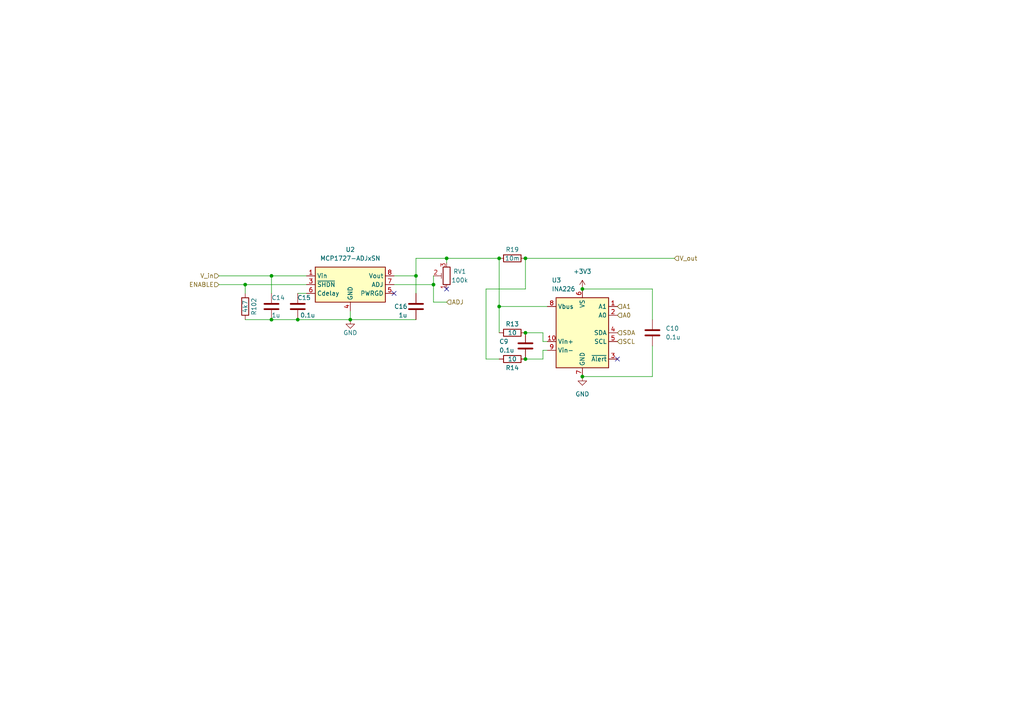
<source format=kicad_sch>
(kicad_sch (version 20230121) (generator eeschema)
  (paper "A4")
  (title_block (title "2D5 experiment board") (date "2023-12-01") (rev "0.1") (company "Apertus"))
  (lib_symbols
    (symbol "Device:C" (pin_numbers hide) (pin_names (offset 0.254))
      (property "Reference" "C" (at 0.635 2.54 0))
      (property "Value" "C" (at 0.635 -2.54 0))
      (symbol "C_0_1"
        (polyline (pts (xy -2.032 -0.762) (xy 2.032 -0.762)) (stroke (width 0.508)))
        (polyline (pts (xy -2.032 0.762) (xy 2.032 0.762)) (stroke (width 0.508)))
      )
      (symbol "C_1_1"
        (pin passive line (at 0 3.81 270) (length 2.794) (name "~") (number "1"))
        (pin passive line (at 0 -3.81 90) (length 2.794) (name "~") (number "2"))
      )
    )
    (symbol "Device:R" (pin_numbers hide) (pin_names (offset 0))
      (property "Reference" "R" (at 2.032 0 90))
      (property "Value" "R" (at 0 0 90))
      (symbol "R_0_1"
        (rectangle (start -1.016 -2.54) (end 1.016 2.54) (stroke (width 0.254)))
      )
      (symbol "R_1_1"
        (pin passive line (at 0 3.81 270) (length 1.27) (name "~") (number "1"))
        (pin passive line (at 0 -3.81 90) (length 1.27) (name "~") (number "2"))
      )
    )
    (symbol "Device:R_Potentiometer_Trim" (pin_names (offset 1.016) hide)
      (property "Reference" "RV" (at -4.445 0 90))
      (property "Value" "R_Potentiometer_Trim" (at -2.54 0 90))
      (symbol "R_Potentiometer_Trim_0_1"
        (polyline (pts (xy 1.524 0.762) (xy 1.524 -0.762)))
        (polyline (pts (xy 2.54 0) (xy 1.524 0)))
        (rectangle (start 1.016 2.54) (end -1.016 -2.54) (stroke (width 0.254)))
      )
      (symbol "R_Potentiometer_Trim_1_1"
        (pin passive line (at 0 3.81 270) (length 1.27) (name "1") (number "1"))
        (pin passive line (at 3.81 0 180) (length 1.27) (name "2") (number "2"))
        (pin passive line (at 0 -3.81 90) (length 1.27) (name "3") (number "3"))
      )
    )
    (symbol "Regulator_Linear:MCP1727-ADJxSN"
      (property "Reference" "U" (at -8.89 6.35 0))
      (property "Value" "MCP1727-ADJxSN" (at 3.81 6.35 0))
      (symbol "MCP1727-ADJxSN_0_0"
        (pin open_collector line (at 12.7 -2.54 180) (length 2.54) (name "PWRGD") (number "5"))
        (pin input line (at -12.7 -2.54 0) (length 2.54) (name "Cdelay") (number "6"))
        (pin input line (at 12.7 0 180) (length 2.54) (name "ADJ") (number "7"))
        (pin power_out line (at 12.7 2.54 180) (length 2.54) (name "Vout") (number "8"))
      )
      (symbol "MCP1727-ADJxSN_0_1"
        (rectangle (start -10.16 5.08) (end 10.16 -5.08) (stroke (width 0.254)) (fill (type background)))
      )
      (symbol "MCP1727-ADJxSN_1_1"
        (pin power_in line (at -12.7 2.54 0) (length 2.54) (name "Vin") (number "1"))
        (pin passive line (at -12.7 2.54 0) (length 2.54) hide (name "Vin") (number "2"))
        (pin input line (at -12.7 0 0) (length 2.54) (name "~{SHDN}") (number "3"))
        (pin power_in line (at 0 -7.62 90) (length 2.54) (name "GND") (number "4"))
      )
    )
    (symbol "Sensor_Energy:INA226"
      (property "Reference" "U" (at -6.35 11.43 0))
      (property "Value" "INA226" (at 3.81 11.43 0))
      (symbol "INA226_0_1"
        (rectangle (start 7.62 10.16) (end -7.62 -10.16) (stroke (width 0.254)) (fill (type background)))
      )
      (symbol "INA226_1_1"
        (pin input line (at 10.16 7.62 180) (length 2.54) (name "A1") (number "1"))
        (pin input line (at -10.16 -2.54 0) (length 2.54) (name "Vin+") (number "10"))
        (pin input line (at 10.16 5.08 180) (length 2.54) (name "A0") (number "2"))
        (pin open_collector line (at 10.16 -7.62 180) (length 2.54) (name "~{Alert}") (number "3"))
        (pin bidirectional line (at 10.16 0 180) (length 2.54) (name "SDA") (number "4"))
        (pin input line (at 10.16 -2.54 180) (length 2.54) (name "SCL") (number "5"))
        (pin power_in line (at 0 12.7 270) (length 2.54) (name "VS") (number "6"))
        (pin power_in line (at 0 -12.7 90) (length 2.54) (name "GND") (number "7"))
        (pin input line (at -10.16 7.62 0) (length 2.54) (name "Vbus") (number "8"))
        (pin input line (at -10.16 -5.08 0) (length 2.54) (name "Vin-") (number "9"))
      )
    )
    (symbol "power:+3V3" (power) (pin_names (offset 0))
      (property "Value" "+3V3" (at 0 3.556 0))
      (symbol "+3V3_0_1"
        (polyline (pts (xy -0.762 1.27) (xy 0 2.54)))
        (polyline (pts (xy 0 0) (xy 0 2.54)))
        (polyline (pts (xy 0 2.54) (xy 0.762 1.27)))
      )
      (symbol "+3V3_1_1"
        (pin power_in line (at 0 0 90) (length 0) hide (name "+3V3") (number "1"))
      )
    )
    (symbol "power:GND" (power) (pin_names (offset 0))
      (property "Value" "GND" (at 0 -3.81 0))
      (symbol "GND_0_1"
        (polyline (pts (xy 0 0) (xy 0 -1.27) (xy 1.27 -1.27) (xy 0 -2.54) (xy -1.27 -1.27) (xy 0 -1.27)))
      )
      (symbol "GND_1_1"
        (pin power_in line (at 0 0 270) (length 0) hide (name "GND") (number "1"))
      )
    )
  )
  (junction (at 129.54 74.93))
  (junction (at 78.74 80.01))
  (junction (at 152.4 104.14))
  (junction (at 152.4 74.93))
  (junction (at 125.73 82.55))
  (junction (at 71.12 82.55))
  (junction (at 168.91 83.82))
  (junction (at 101.6 92.71))
  (junction (at 120.65 80.01))
  (junction (at 152.4 96.52))
  (junction (at 144.78 88.9))
  (junction (at 86.36 92.71))
  (junction (at 144.78 74.93))
  (junction (at 168.91 109.22))
  (junction (at 78.74 92.71))
  (no_connect (at 179.07 104.14))
  (no_connect (at 129.54 83.82))
  (no_connect (at 114.3 85.09))
  (wire (pts (xy 189.23 100.33) (xy 189.23 109.22)))
  (wire (pts (xy 63.5 82.55) (xy 71.12 82.55)))
  (wire (pts (xy 157.48 101.6) (xy 157.48 104.14)))
  (wire (pts (xy 120.65 74.93) (xy 120.65 80.01)))
  (wire (pts (xy 129.54 87.63) (xy 125.73 87.63)))
  (wire (pts (xy 71.12 92.71) (xy 78.74 92.71)))
  (wire (pts (xy 140.97 83.82) (xy 152.4 83.82)))
  (wire (pts (xy 78.74 80.01) (xy 88.9 80.01)))
  (wire (pts (xy 71.12 82.55) (xy 71.12 85.09)))
  (wire (pts (xy 63.5 80.01) (xy 78.74 80.01)))
  (wire (pts (xy 120.65 80.01) (xy 114.3 80.01)))
  (wire (pts (xy 140.97 104.14) (xy 140.97 83.82)))
  (wire (pts (xy 144.78 74.93) (xy 144.78 88.9)))
  (wire (pts (xy 157.48 96.52) (xy 152.4 96.52)))
  (wire (pts (xy 78.74 92.71) (xy 86.36 92.71)))
  (wire (pts (xy 129.54 74.93) (xy 144.78 74.93)))
  (wire (pts (xy 125.73 80.01) (xy 125.73 82.55)))
  (wire (pts (xy 78.74 80.01) (xy 78.74 85.09)))
  (wire (pts (xy 152.4 74.93) (xy 195.58 74.93)))
  (wire (pts (xy 129.54 74.93) (xy 129.54 76.2)))
  (wire (pts (xy 189.23 83.82) (xy 168.91 83.82)))
  (wire (pts (xy 86.36 85.09) (xy 88.9 85.09)))
  (wire (pts (xy 120.65 74.93) (xy 129.54 74.93)))
  (wire (pts (xy 157.48 104.14) (xy 152.4 104.14)))
  (wire (pts (xy 125.73 87.63) (xy 125.73 82.55)))
  (wire (pts (xy 120.65 92.71) (xy 101.6 92.71)))
  (wire (pts (xy 120.65 85.09) (xy 120.65 80.01)))
  (wire (pts (xy 144.78 88.9) (xy 144.78 96.52)))
  (wire (pts (xy 157.48 99.06) (xy 157.48 96.52)))
  (wire (pts (xy 189.23 109.22) (xy 168.91 109.22)))
  (wire (pts (xy 144.78 104.14) (xy 140.97 104.14)))
  (wire (pts (xy 158.75 101.6) (xy 157.48 101.6)))
  (wire (pts (xy 144.78 88.9) (xy 158.75 88.9)))
  (wire (pts (xy 86.36 92.71) (xy 101.6 92.71)))
  (wire (pts (xy 71.12 82.55) (xy 88.9 82.55)))
  (wire (pts (xy 101.6 92.71) (xy 101.6 90.17)))
  (wire (pts (xy 152.4 83.82) (xy 152.4 74.93)))
  (wire (pts (xy 158.75 99.06) (xy 157.48 99.06)))
  (wire (pts (xy 189.23 92.71) (xy 189.23 83.82)))
  (wire (pts (xy 114.3 82.55) (xy 125.73 82.55)))
  (hierarchical_label "SDA" (shape input) (at 179.07 96.52 0))
  (hierarchical_label "ADJ" (shape input) (at 129.54 87.63 0))
  (hierarchical_label "V_in" (shape input) (at 63.5 80.01 180))
  (hierarchical_label "A1" (shape input) (at 179.07 88.9 0))
  (hierarchical_label "SCL" (shape input) (at 179.07 99.06 0))
  (hierarchical_label "ENABLE" (shape input) (at 63.5 82.55 180))
  (hierarchical_label "V_out" (shape input) (at 195.58 74.93 0))
  (hierarchical_label "A0" (shape input) (at 179.07 91.44 0))
  (symbol (lib_id "power:GND") (at 101.6 92.71 0) (unit 1)
    (property "Reference" "#PWR017" (effects hide))
    (property "Value" "GND" (at 101.6 96.52 0))
    (instances (project "zynq-test-board" (path "" (reference "#PWR017") (unit 1)) (path "" (reference "#PWR025") (unit 1)) (path "" (reference "#PWR035") (unit 1)) (path "" (reference "#PWR028") (unit 1)) (path "" (reference "#PWR031") (unit 1)) (path "" (reference "#PWR034") (unit 1)) (path "" (reference "#PWR039") (unit 1)) (path "" (reference "#PWR022") (unit 1))))
  )
  (symbol (lib_id "Device:R_Potentiometer_Trim") (at 129.54 80.01 180) (unit 1)
    (property "Reference" "RV1" (at 133.35 78.74 0))
    (property "Value" "100k" (at 133.35 81.28 0))
    (property "Footprint" "Potentiometer_THT:Potentiometer_Bourns_3296W_Vertical" (effects hide))
    (property "MPN" "C118963" (effects hide))
    (instances (project "zynq-test-board" (path "" (reference "RV1") (unit 1)) (path "" (reference "RV2") (unit 1)) (path "" (reference "RV3") (unit 1)) (path "" (reference "RV4") (unit 1)) (path "" (reference "RV5") (unit 1)) (path "" (reference "RV6") (unit 1))))
  )
  (symbol (lib_id "Device:R") (at 148.59 74.93 90) (unit 1)
    (property "Reference" "R19" (at 148.59 72.39 90))
    (property "Value" "10m" (at 148.59 74.93 90))
    (property "Footprint" "Resistor_SMD:R_0603_1608Metric" (effects hide))
    (instances (project "zynq-test-board" (path "" (reference "R19") (unit 1)) (path "" (reference "R12") (unit 1)) (path "" (reference "R49") (unit 1)) (path "" (reference "R20") (unit 1)) (path "" (reference "R28") (unit 1)) (path "" (reference "R36") (unit 1)) (path "" (reference "R45") (unit 1)) (path "" (reference "R8") (unit 1))))
  )
  (symbol (lib_id "Device:R") (at 148.59 96.52 270) (unit 1)
    (property "Reference" "R13" (at 148.59 93.98 90))
    (property "Value" "10" (at 148.59 96.52 90))
    (property "Footprint" "Resistor_SMD:R_0603_1608Metric" (effects hide))
    (instances (project "zynq-test-board" (path "" (reference "R13") (unit 1)) (path "" (reference "R50") (unit 1)) (path "" (reference "R21") (unit 1)) (path "" (reference "R29") (unit 1)) (path "" (reference "R37") (unit 1)) (path "" (reference "R46") (unit 1)) (path "" (reference "R9") (unit 1))))
  )
  (symbol (lib_id "Device:R") (at 71.12 88.9 0) (mirror y) (unit 1)
    (property "Reference" "R102" (at 73.66 86.36 90) (effects (justify right)))
    (property "Value" "4k7" (at 71.12 88.9 90))
    (property "Footprint" "Resistor_SMD:R_0603_1608Metric" (effects hide))
    (instances (project "zynq-test-board" (path "" (reference "R102") (unit 1)) (path "" (reference "R101") (unit 1)) (path "" (reference "R103") (unit 1)) (path "" (reference "R104") (unit 1)) (path "" (reference "R105") (unit 1))))
  )
  (symbol (lib_id "Device:C") (at 189.23 96.52 0) (unit 1)
    (property "Reference" "C10" (at 193.04 95.25 0) (effects (justify left)))
    (property "Value" "0.1u" (at 193.04 97.79 0) (effects (justify left)))
    (property "Footprint" "Capacitor_SMD:C_0603_1608Metric" (effects hide))
    (instances (project "zynq-test-board" (path "" (reference "C10") (unit 1)) (path "" (reference "C49") (unit 1)) (path "" (reference "C18") (unit 1)) (path "" (reference "C26") (unit 1)) (path "" (reference "C34") (unit 1)) (path "" (reference "C46") (unit 1)) (path "" (reference "C5") (unit 1))))
  )
  (symbol (lib_id "power:+3V3") (at 168.91 83.82 0) (unit 1)
    (property "Reference" "#PWR026" (effects hide))
    (property "Value" "+3V3" (at 168.91 78.74 0))
    (instances (project "zynq-test-board" (path "" (reference "#PWR026") (unit 1)) (path "" (reference "#PWR036") (unit 1)) (path "" (reference "#PWR029") (unit 1)) (path "" (reference "#PWR032") (unit 1)) (path "" (reference "#PWR035") (unit 1)) (path "" (reference "#PWR040") (unit 1)) (path "" (reference "#PWR023") (unit 1))))
  )
  (symbol (lib_id "Device:C") (at 78.74 88.9 0) (unit 1)
    (property "Reference" "C14" (at 78.74 86.36 0) (effects (justify left)))
    (property "Value" "1u" (at 78.74 91.44 0) (effects (justify left)))
    (property "Footprint" "Capacitor_SMD:C_0603_1608Metric" (effects hide))
    (instances (project "zynq-test-board" (path "" (reference "C14") (unit 1)) (path "" (reference "C6") (unit 1)) (path "" (reference "C45") (unit 1)) (path "" (reference "C14") (unit 1)) (path "" (reference "C22") (unit 1)) (path "" (reference "C30") (unit 1)) (path "" (reference "C42") (unit 1)) (path "" (reference "C1") (unit 1))))
  )
  (symbol (lib_id "Device:C") (at 86.36 88.9 0) (mirror x) (unit 1)
    (property "Reference" "C15" (at 90.17 86.36 0) (effects (justify right)))
    (property "Value" "0.1u" (at 91.44 91.44 0) (effects (justify right)))
    (property "Footprint" "Capacitor_SMD:C_0603_1608Metric" (effects hide))
    (instances (project "zynq-test-board" (path "" (reference "C15") (unit 1)) (path "" (reference "C7") (unit 1)) (path "" (reference "C46") (unit 1)) (path "" (reference "C15") (unit 1)) (path "" (reference "C23") (unit 1)) (path "" (reference "C31") (unit 1)) (path "" (reference "C43") (unit 1)) (path "" (reference "C2") (unit 1))))
  )
  (symbol (lib_id "Device:C") (at 152.4 100.33 0) (unit 1)
    (property "Reference" "C9" (at 144.78 99.06 0) (effects (justify left)))
    (property "Value" "0.1u" (at 144.78 101.6 0) (effects (justify left)))
    (property "Footprint" "Capacitor_SMD:C_0603_1608Metric" (effects hide))
    (instances (project "zynq-test-board" (path "" (reference "C9") (unit 1)) (path "" (reference "C48") (unit 1)) (path "" (reference "C17") (unit 1)) (path "" (reference "C25") (unit 1)) (path "" (reference "C33") (unit 1)) (path "" (reference "C45") (unit 1)) (path "" (reference "C4") (unit 1))))
  )
  (symbol (lib_id "Device:R") (at 148.59 104.14 90) (unit 1)
    (property "Reference" "R14" (at 148.59 106.68 90))
    (property "Value" "10" (at 148.59 104.14 90))
    (property "Footprint" "Resistor_SMD:R_0603_1608Metric" (effects hide))
    (instances (project "zynq-test-board" (path "" (reference "R14") (unit 1)) (path "" (reference "R51") (unit 1)) (path "" (reference "R22") (unit 1)) (path "" (reference "R30") (unit 1)) (path "" (reference "R38") (unit 1)) (path "" (reference "R47") (unit 1)) (path "" (reference "R10") (unit 1))))
  )
  (symbol (lib_id "Sensor_Energy:INA226") (at 168.91 96.52 0) (unit 1)
    (property "Reference" "U3" (at 160.02 81.28 0) (effects (justify left)))
    (property "Value" "INA226" (at 160.02 83.82 0) (effects (justify left)))
    (property "Footprint" "Package_SO:VSSOP-10_3x3mm_P0.5mm" (effects hide))
    (property "Datasheet" "http://www.ti.com/lit/ds/symlink/ina226.pdf" (effects hide))
    (instances (project "zynq-test-board" (path "" (reference "U3") (unit 1)) (path "" (reference "U4") (unit 1)) (path "" (reference "U15") (unit 1)) (path "" (reference "U6") (unit 1)) (path "" (reference "U8") (unit 1)) (path "" (reference "U10") (unit 1)) (path "" (reference "U13") (unit 1)) (path "" (reference "U2") (unit 1))))
  )
  (symbol (lib_id "Regulator_Linear:MCP1727-ADJxSN") (at 101.6 82.55 0) (unit 1)
    (property "Reference" "U2" (at 101.6 72.39 0))
    (property "Value" "MCP1727-ADJxSN" (at 101.6 74.93 0))
    (property "Footprint" "Package_SO:SOIC-8_3.9x4.9mm_P1.27mm" (effects hide))
    (property "Datasheet" "https://ww1.microchip.com/downloads/aemtest/APID/ProductDocuments/DataSheets/MCP1727-1.5A-Low-Voltage-Low-Quiescent-Current-LDO-Regulator-20001999D.pdf" (effects hide))
    (instances (project "zynq-test-board" (path "" (reference "U2") (unit 1)) (path "" (reference "U3") (unit 1)) (path "" (reference "U14") (unit 1)) (path "" (reference "U5") (unit 1)) (path "" (reference "U7") (unit 1)) (path "" (reference "U9") (unit 1)) (path "" (reference "U12") (unit 1)) (path "" (reference "U1") (unit 1))))
  )
  (symbol (lib_id "power:GND") (at 168.91 109.22 0) (unit 1)
    (property "Reference" "#PWR027" (effects hide))
    (property "Value" "GND" (at 168.91 114.3 0))
    (instances (project "zynq-test-board" (path "" (reference "#PWR027") (unit 1)) (path "" (reference "#PWR038") (unit 1)) (path "" (reference "#PWR030") (unit 1)) (path "" (reference "#PWR033") (unit 1)) (path "" (reference "#PWR036") (unit 1)) (path "" (reference "#PWR041") (unit 1)) (path "" (reference "#PWR024") (unit 1))))
  )
  (symbol (lib_id "Device:C") (at 120.65 88.9 0) (mirror y) (unit 1)
    (property "Reference" "C16" (at 114.3 88.9 0) (effects (justify right)))
    (property "Value" "1u" (at 115.57 91.44 0) (effects (justify right)))
    (property "Footprint" "Capacitor_SMD:C_0603_1608Metric" (effects hide))
    (instances (project "zynq-test-board" (path "" (reference "C16") (unit 1)) (path "" (reference "C8") (unit 1)) (path "" (reference "C47") (unit 1)) (path "" (reference "C16") (unit 1)) (path "" (reference "C24") (unit 1)) (path "" (reference "C32") (unit 1)) (path "" (reference "C44") (unit 1)) (path "" (reference "C3") (unit 1))))
  )
)
</source>
